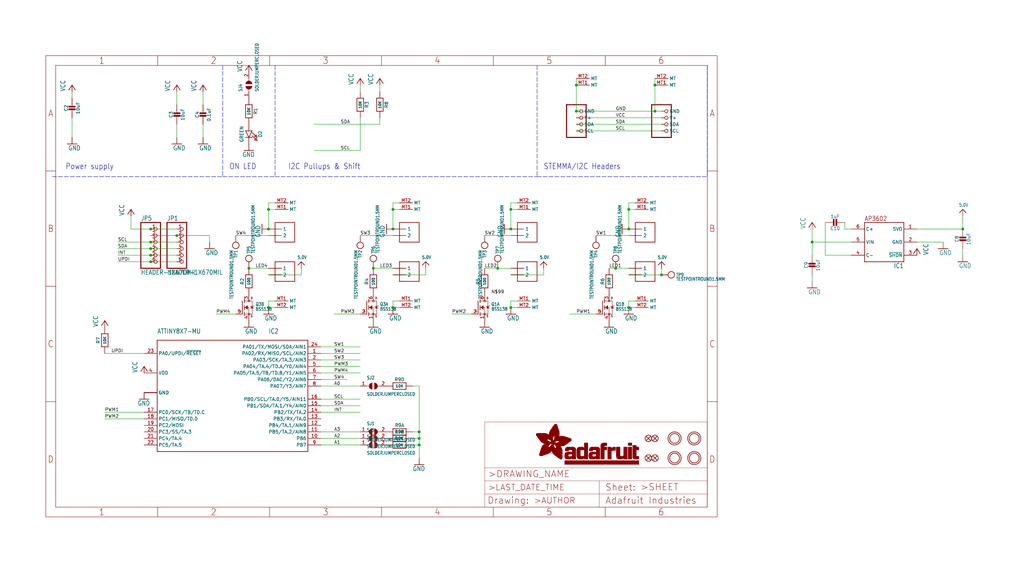
<source format=kicad_sch>
(kicad_sch (version 20211123) (generator eeschema)
  (paper "User" 397.129 222.352)
  (lib_symbols
    (symbol "eagleSchem-eagle-import:5.0V" (power)
      (property "Value" "5.0V" (at -1.524 1.016 0))
      (symbol "5.0V_1_0"
        (pin power_in line (at 0 -2.54 90) (length 2.54) (name "5.0V") (number "1"))
      )
    )
    (symbol "eagleSchem-eagle-import:AP3602"
      (property "Reference" "IC" (at -7.62 -10.16 0))
      (symbol "AP3602_1_0"
        (text "AP3602" (at 7.62 10.16 0) (effects (font (size 1.778 1.5113)) (justify right top)))
        (pin power_in line (at -12.7 5.08 0) (length 5.08) (name "5VO") (number "1"))
        (pin power_in line (at -12.7 0 0) (length 5.08) (name "GND") (number "2"))
        (pin input line (at -12.7 -5.08 0) (length 5.08) (name "~{SHDN}") (number "3"))
        (pin bidirectional line (at 12.7 -5.08 180) (length 5.08) (name "C-") (number "4"))
        (pin power_in line (at 12.7 0 180) (length 5.08) (name "VIN") (number "5"))
        (pin bidirectional line (at 12.7 5.08 180) (length 5.08) (name "C+") (number "6"))
      )
    )
    (symbol "eagleSchem-eagle-import:ATTINY8X7-MU"
      (property "Reference" "IC" (at 12.7 25.4 0))
      (property "Value" "ATTINY8X7-MU" (at -30.48 25.4 0))
      (symbol "ATTINY8X7-MU_1_0"
        (pin bidirectional line (at 33.02 17.78 180) (length 5.08) (name "PA02/RX/MISO/SCL/AIN2") (number "1"))
        (pin bidirectional line (at 33.02 -15.24 180) (length 5.08) (name "PB6") (number "10"))
        (pin bidirectional line (at 33.02 -12.7 180) (length 5.08) (name "PB5/TA.2/AIN8") (number "11"))
        (pin bidirectional line (at 33.02 -10.16 180) (length 5.08) (name "PB4/TA.1/AIN9") (number "12"))
        (pin bidirectional line (at 33.02 -7.62 180) (length 5.08) (name "PB3/RX/TA.0") (number "13"))
        (pin bidirectional line (at 33.02 -5.08 180) (length 5.08) (name "PB2/TX/TA.2") (number "14"))
        (pin bidirectional line (at 33.02 -2.54 180) (length 5.08) (name "PB1/SDA/TA.1/Y4/AIN0") (number "15"))
        (pin bidirectional line (at 33.02 0 180) (length 5.08) (name "PB0/SCL/TA.0/Y5/AIN11") (number "16"))
        (pin bidirectional line (at -35.56 -5.08 0) (length 5.08) (name "PC0/SCK/TB/TD.C") (number "17"))
        (pin bidirectional line (at -35.56 -7.62 0) (length 5.08) (name "PC1/MISO/TD.D") (number "18"))
        (pin bidirectional line (at -35.56 -10.16 0) (length 5.08) (name "PC2/MOSI") (number "19"))
        (pin bidirectional line (at 33.02 15.24 180) (length 5.08) (name "PA03/SCK/TA.3/AIN3") (number "2"))
        (pin bidirectional line (at -35.56 -12.7 0) (length 5.08) (name "PC3/SS/TA.3") (number "20"))
        (pin bidirectional line (at -35.56 -15.24 0) (length 5.08) (name "PC4/TA.4") (number "21"))
        (pin bidirectional line (at -35.56 -17.78 0) (length 5.08) (name "PC5/TA.5") (number "22"))
        (pin bidirectional line (at -35.56 17.78 0) (length 5.08) (name "PA0/UPDI/~{RESET}") (number "23"))
        (pin bidirectional line (at 33.02 20.32 180) (length 5.08) (name "PA01/TX/MOSI/SDA/AIN1") (number "24"))
        (pin power_in line (at -35.56 2.54 0) (length 5.08) (name "GND") (number "3"))
        (pin power_in line (at -35.56 10.16 0) (length 5.08) (name "VDD") (number "4"))
        (pin bidirectional line (at 33.02 12.7 180) (length 5.08) (name "PA04/TA.4/TD.A/Y0/AIN4") (number "5"))
        (pin bidirectional line (at 33.02 10.16 180) (length 5.08) (name "PA05/TA.5/TB/TD.B/Y1/AIN5") (number "6"))
        (pin bidirectional line (at 33.02 7.62 180) (length 5.08) (name "PA06/DAC/Y2/AIN6") (number "7"))
        (pin bidirectional line (at 33.02 5.08 180) (length 5.08) (name "PA07/Y3/AIN7") (number "8"))
        (pin bidirectional line (at 33.02 -17.78 180) (length 5.08) (name "PB7") (number "9"))
        (pin power_in line (at -35.56 2.54 0) (length 5.08) (name "GND") (number "THERM"))
      )
    )
    (symbol "eagleSchem-eagle-import:CAP_CERAMIC0603_NO"
      (property "Reference" "C" (at -2.29 1.25 90))
      (property "Value" "CAP_CERAMIC0603_NO" (at 2.3 1.25 90))
      (symbol "CAP_CERAMIC0603_NO_1_0"
        (pin passive line (at 0 5.08 270) (length 2.54) (name "1") (number "1"))
        (pin passive line (at 0 -2.54 90) (length 2.54) (name "2") (number "2"))
      )
    )
    (symbol "eagleSchem-eagle-import:CAP_CERAMIC0805-NOOUTLINE"
      (property "Reference" "C" (at -2.29 1.25 90))
      (property "Value" "CAP_CERAMIC0805-NOOUTLINE" (at 2.3 1.25 90))
      (symbol "CAP_CERAMIC0805-NOOUTLINE_1_0"
        (pin passive line (at 0 5.08 270) (length 2.54) (name "1") (number "1"))
        (pin passive line (at 0 -2.54 90) (length 2.54) (name "2") (number "2"))
      )
    )
    (symbol "eagleSchem-eagle-import:CON_JST_XH_2PIN-VERT"
      (symbol "CON_JST_XH_2PIN-VERT_1_0"
        (pin passive line (at -5.08 2.54 0) (length 5.08) (name "1") (number "1"))
        (pin passive line (at -5.08 0 0) (length 5.08) (name "2") (number "2"))
      )
      (symbol "CON_JST_XH_2PIN-VERT_2_0"
        (pin bidirectional line (at 0 0 0) (length 5.08) (name "MT") (number "MT1"))
      )
      (symbol "CON_JST_XH_2PIN-VERT_3_0"
        (pin bidirectional line (at 0 0 0) (length 5.08) (name "MT") (number "MT2"))
      )
    )
    (symbol "eagleSchem-eagle-import:FIDUCIAL_1MM")
    (symbol "eagleSchem-eagle-import:FRAME_A4_ADAFRUIT"
      (symbol "FRAME_A4_ADAFRUIT_0_0"
        (text "1" (at 21.6958 1.905 0) (effects (font (size 2.54 2.286))))
        (text "1" (at 21.6958 177.165 0) (effects (font (size 2.54 2.286))))
        (text "2" (at 65.0875 1.905 0) (effects (font (size 2.54 2.286))))
        (text "2" (at 65.0875 177.165 0) (effects (font (size 2.54 2.286))))
        (text "3" (at 108.4792 1.905 0) (effects (font (size 2.54 2.286))))
        (text "3" (at 108.4792 177.165 0) (effects (font (size 2.54 2.286))))
        (text "4" (at 151.8708 1.905 0) (effects (font (size 2.54 2.286))))
        (text "4" (at 151.8708 177.165 0) (effects (font (size 2.54 2.286))))
        (text "5" (at 195.2625 1.905 0) (effects (font (size 2.54 2.286))))
        (text "5" (at 195.2625 177.165 0) (effects (font (size 2.54 2.286))))
        (text "6" (at 238.6542 1.905 0) (effects (font (size 2.54 2.286))))
        (text "6" (at 238.6542 177.165 0) (effects (font (size 2.54 2.286))))
        (text "A" (at 1.905 156.6863 0) (effects (font (size 2.54 2.286))))
        (text "A" (at 258.445 156.6863 0) (effects (font (size 2.54 2.286))))
        (text "B" (at 1.905 111.9188 0) (effects (font (size 2.54 2.286))))
        (text "B" (at 258.445 111.9188 0) (effects (font (size 2.54 2.286))))
        (text "C" (at 1.905 67.1513 0) (effects (font (size 2.54 2.286))))
        (text "C" (at 258.445 67.1513 0) (effects (font (size 2.54 2.286))))
        (text "D" (at 1.905 22.3838 0) (effects (font (size 2.54 2.286))))
        (text "D" (at 258.445 22.3838 0) (effects (font (size 2.54 2.286))))
      )
      (symbol "FRAME_A4_ADAFRUIT_1_0"
        (text ">AUTHOR" (at 189.23 5.08 0) (effects (font (size 2.286 2.286)) (justify left bottom)))
        (text ">DRAWING_NAME" (at 171.45 15.24 0) (effects (font (size 2.54 2.54)) (justify left bottom)))
        (text ">LAST_DATE_TIME" (at 171.45 10.16 0) (effects (font (size 2.286 2.286)) (justify left bottom)))
        (text ">SHEET" (at 230.505 10.16 0) (effects (font (size 2.54 2.54)) (justify left bottom)))
        (text "Adafruit Industries" (at 216.916 4.953 0) (effects (font (size 2.54 2.54)) (justify left bottom)))
        (text "Drawing:" (at 171.196 4.953 0) (effects (font (size 2.54 2.54)) (justify left bottom)))
        (text "Sheet:" (at 216.916 10.033 0) (effects (font (size 2.54 2.54)) (justify left bottom)))
      )
    )
    (symbol "eagleSchem-eagle-import:GND" (power)
      (property "Value" "GND" (at -2.54 -2.54 0))
      (symbol "GND_1_0"
        (pin power_in line (at 0 2.54 270) (length 2.54) (name "GND") (number "1"))
      )
    )
    (symbol "eagleSchem-eagle-import:HEADER-1X670MIL"
      (property "Reference" "JP" (at -6.35 10.795 0))
      (property "Value" "HEADER-1X670MIL" (at -6.35 -10.16 0))
      (symbol "HEADER-1X670MIL_1_0"
        (pin passive inverted (at -2.54 7.62 0) (length 2.54) (name "1") (number "1"))
        (pin passive inverted (at -2.54 5.08 0) (length 2.54) (name "2") (number "2"))
        (pin passive inverted (at -2.54 2.54 0) (length 2.54) (name "3") (number "3"))
        (pin passive inverted (at -2.54 0 0) (length 2.54) (name "4") (number "4"))
        (pin passive inverted (at -2.54 -2.54 0) (length 2.54) (name "5") (number "5"))
        (pin passive inverted (at -2.54 -5.08 0) (length 2.54) (name "6") (number "6"))
      )
    )
    (symbol "eagleSchem-eagle-import:LED0603_NOOUTLINE"
      (property "Reference" "D" (at -1.27 4.445 0))
      (property "Value" "LED0603_NOOUTLINE" (at -1.27 -2.794 0))
      (symbol "LED0603_NOOUTLINE_1_0"
        (pin passive line (at -5.08 0 0) (length 2.54) (name "A") (number "A"))
        (pin passive line (at 2.54 0 180) (length 2.54) (name "C") (number "C"))
      )
    )
    (symbol "eagleSchem-eagle-import:MOSFET-N_DUAL"
      (property "Reference" "Q" (at 5.08 0.635 0))
      (property "Value" "MOSFET-N_DUAL" (at 5.08 -1.27 0))
      (symbol "MOSFET-N_DUAL_1_0"
        (text "D" (at 3.175 3.175 0) (effects (font (size 0.8128 0.6908)) (justify left bottom)))
        (text "G" (at -1.27 -1.905 0) (effects (font (size 0.8128 0.6908)) (justify left bottom)))
        (text "S" (at 3.175 -3.81 0) (effects (font (size 0.8128 0.6908)) (justify left bottom)))
        (pin bidirectional line (at 2.54 -5.08 90) (length 2.54) (name "S") (number "1"))
        (pin bidirectional line (at -2.54 -2.54 0) (length 2.54) (name "G") (number "2"))
        (pin bidirectional line (at 2.54 5.08 270) (length 2.54) (name "D") (number "6"))
      )
      (symbol "MOSFET-N_DUAL_2_0"
        (text "D" (at 3.175 3.175 0) (effects (font (size 0.8128 0.6908)) (justify left bottom)))
        (text "G" (at -1.27 -1.905 0) (effects (font (size 0.8128 0.6908)) (justify left bottom)))
        (text "S" (at 3.175 -3.81 0) (effects (font (size 0.8128 0.6908)) (justify left bottom)))
        (pin bidirectional line (at 2.54 5.08 270) (length 2.54) (name "D") (number "3"))
        (pin bidirectional line (at 2.54 -5.08 90) (length 2.54) (name "S") (number "4"))
        (pin bidirectional line (at -2.54 -2.54 0) (length 2.54) (name "G") (number "5"))
      )
    )
    (symbol "eagleSchem-eagle-import:MOUNTINGHOLE2.5")
    (symbol "eagleSchem-eagle-import:RESISTOR_0603_NOOUT"
      (property "Reference" "R" (at 0 2.54 0))
      (property "Value" "RESISTOR_0603_NOOUT" (at 0 0 0))
      (symbol "RESISTOR_0603_NOOUT_1_0"
        (pin passive line (at -5.08 0 0) (length 2.54) (name "1") (number "1"))
        (pin passive line (at 5.08 0 180) (length 2.54) (name "2") (number "2"))
      )
    )
    (symbol "eagleSchem-eagle-import:RESISTOR_4PACK"
      (property "Reference" "R" (at 0 2.54 0))
      (property "Value" "RESISTOR_4PACK" (at 0 0 0))
      (symbol "RESISTOR_4PACK_1_0"
        (pin passive line (at -5.08 0 0) (length 2.54) (name "1") (number "1"))
        (pin passive line (at 5.08 0 180) (length 2.54) (name "2") (number "8"))
      )
      (symbol "RESISTOR_4PACK_2_0"
        (pin passive line (at -5.08 0 0) (length 2.54) (name "1") (number "2"))
        (pin passive line (at 5.08 0 180) (length 2.54) (name "2") (number "7"))
      )
      (symbol "RESISTOR_4PACK_3_0"
        (pin passive line (at -5.08 0 0) (length 2.54) (name "1") (number "3"))
        (pin passive line (at 5.08 0 180) (length 2.54) (name "2") (number "6"))
      )
      (symbol "RESISTOR_4PACK_4_0"
        (pin passive line (at -5.08 0 0) (length 2.54) (name "1") (number "4"))
        (pin passive line (at 5.08 0 180) (length 2.54) (name "2") (number "5"))
      )
    )
    (symbol "eagleSchem-eagle-import:SOLDERJUMPERCLOSED"
      (property "Reference" "SJ" (at -2.54 2.54 0))
      (property "Value" "SOLDERJUMPERCLOSED" (at -2.54 -3.81 0))
      (symbol "SOLDERJUMPERCLOSED_1_0"
        (pin passive line (at -5.08 0 0) (length 2.54) (name "1") (number "1"))
        (pin passive line (at 5.08 0 180) (length 2.54) (name "2") (number "2"))
      )
    )
    (symbol "eagleSchem-eagle-import:STEMMA_I2C_QT"
      (symbol "STEMMA_I2C_QT_1_0"
        (pin passive inverted (at 0 5.08 0) (length 2.54) (name "GND") (number "1"))
        (pin passive inverted (at 0 2.54 0) (length 2.54) (name "V+") (number "2"))
        (pin passive inverted (at 0 0 0) (length 2.54) (name "SDA") (number "3"))
        (pin passive inverted (at 0 -2.54 0) (length 2.54) (name "SCL") (number "4"))
      )
      (symbol "STEMMA_I2C_QT_2_0"
        (pin bidirectional line (at 0 0 0) (length 5.08) (name "MT") (number "MT1"))
      )
      (symbol "STEMMA_I2C_QT_3_0"
        (pin bidirectional line (at 0 0 0) (length 5.08) (name "MT") (number "MT2"))
      )
    )
    (symbol "eagleSchem-eagle-import:TESTPOINTROUND1.5MM"
      (property "Reference" "TP" (at 0 5.588 90))
      (property "Value" "TESTPOINTROUND1.5MM" (at 1.651 5.588 90))
      (symbol "TESTPOINTROUND1.5MM_1_0"
        (pin bidirectional line (at 0 0 90) (length 2.54) (name "P$1") (number "P$1"))
      )
    )
    (symbol "eagleSchem-eagle-import:VCC" (power)
      (property "Value" "VCC" (at -2.54 -2.54 90))
      (symbol "VCC_1_0"
        (pin power_in line (at 0 -2.54 90) (length 2.54) (name "VCC") (number "1"))
      )
    )
  )
  (junction (at 58.42 93.98))
  (junction (at 243.84 81.28))
  (junction (at 58.42 96.52))
  (junction (at 152.4 119.38))
  (junction (at 223.52 43.18))
  (junction (at 104.14 119.38))
  (junction (at 58.42 99.06))
  (junction (at 256.54 106.68))
  (junction (at 243.84 88.9))
  (junction (at 162.56 167.64))
  (junction (at 96.52 104.14))
  (junction (at 58.42 101.6))
  (junction (at 254 43.18))
  (junction (at 223.52 33.02))
  (junction (at 314.96 93.98))
  (junction (at 238.76 104.14))
  (junction (at 58.42 88.9))
  (junction (at 104.14 81.28))
  (junction (at 373.38 88.9))
  (junction (at 254 33.02))
  (junction (at 193.04 104.14))
  (junction (at 198.12 88.9))
  (junction (at 152.4 81.28))
  (junction (at 198.12 119.38))
  (junction (at 162.56 172.72))
  (junction (at 198.12 81.28))
  (junction (at 68.58 91.44))
  (junction (at 152.4 88.9))
  (junction (at 243.84 119.38))
  (junction (at 144.78 104.14))
  (junction (at 162.56 170.18))
  (junction (at 104.14 88.9))
  (wire (pts (xy 124.46 149.86) (xy 139.7 149.86)))
  (wire (pts (xy 198.12 106.68) (xy 210.82 106.68)))
  (wire (pts (xy 104.14 78.74) (xy 104.14 81.28)))
  (polyline (pts (xy 86.36 68.58) (xy 106.68 68.58)))
  (wire (pts (xy 330.2 93.98) (xy 314.96 93.98)))
  (wire (pts (xy 162.56 149.86) (xy 162.56 167.64)))
  (wire (pts (xy 154.94 78.74) (xy 152.4 78.74)))
  (wire (pts (xy 116.84 106.68) (xy 116.84 104.14)))
  (wire (pts (xy 152.4 119.38) (xy 152.4 116.84)))
  (wire (pts (xy 223.52 33.02) (xy 223.52 43.18)))
  (wire (pts (xy 139.7 58.42) (xy 121.92 58.42)))
  (wire (pts (xy 139.7 167.64) (xy 124.46 167.64)))
  (wire (pts (xy 104.14 91.44) (xy 91.44 91.44)))
  (wire (pts (xy 223.52 45.72) (xy 256.54 45.72)))
  (wire (pts (xy 330.2 99.06) (xy 320.04 99.06)))
  (wire (pts (xy 256.54 106.68) (xy 256.54 104.14)))
  (wire (pts (xy 81.28 91.44) (xy 81.28 93.98)))
  (wire (pts (xy 182.88 121.92) (xy 175.26 121.92)))
  (wire (pts (xy 243.84 91.44) (xy 231.14 91.44)))
  (wire (pts (xy 243.84 106.68) (xy 256.54 106.68)))
  (wire (pts (xy 124.46 139.7) (xy 139.7 139.7)))
  (wire (pts (xy 139.7 172.72) (xy 124.46 172.72)))
  (wire (pts (xy 373.38 96.52) (xy 373.38 99.06)))
  (polyline (pts (xy 20.32 68.58) (xy 86.36 68.58)))
  (wire (pts (xy 152.4 91.44) (xy 139.7 91.44)))
  (wire (pts (xy 160.02 149.86) (xy 162.56 149.86)))
  (wire (pts (xy 68.58 93.98) (xy 58.42 93.98)))
  (wire (pts (xy 91.44 121.92) (xy 83.82 121.92)))
  (wire (pts (xy 200.66 78.74) (xy 198.12 78.74)))
  (wire (pts (xy 139.7 121.92) (xy 129.54 121.92)))
  (wire (pts (xy 139.7 137.16) (xy 124.46 137.16)))
  (wire (pts (xy 373.38 88.9) (xy 373.38 83.82)))
  (wire (pts (xy 68.58 99.06) (xy 58.42 99.06)))
  (wire (pts (xy 327.66 88.9) (xy 327.66 86.36)))
  (wire (pts (xy 78.74 35.56) (xy 78.74 40.64)))
  (wire (pts (xy 246.38 119.38) (xy 243.84 119.38)))
  (wire (pts (xy 68.58 91.44) (xy 58.42 91.44)))
  (wire (pts (xy 104.14 119.38) (xy 104.14 116.84)))
  (wire (pts (xy 243.84 78.74) (xy 243.84 81.28)))
  (wire (pts (xy 365.76 93.98) (xy 355.6 93.98)))
  (wire (pts (xy 104.14 106.68) (xy 116.84 106.68)))
  (polyline (pts (xy 86.36 25.4) (xy 86.36 68.58)))
  (wire (pts (xy 106.68 119.38) (xy 104.14 119.38)))
  (wire (pts (xy 27.94 35.56) (xy 27.94 38.1)))
  (wire (pts (xy 152.4 81.28) (xy 154.94 81.28)))
  (wire (pts (xy 124.46 170.18) (xy 139.7 170.18)))
  (wire (pts (xy 55.88 137.16) (xy 40.64 137.16)))
  (wire (pts (xy 254 33.02) (xy 254 43.18)))
  (wire (pts (xy 223.52 50.8) (xy 256.54 50.8)))
  (wire (pts (xy 198.12 104.14) (xy 193.04 104.14)))
  (wire (pts (xy 162.56 172.72) (xy 162.56 177.8)))
  (wire (pts (xy 68.58 91.44) (xy 81.28 91.44)))
  (wire (pts (xy 106.68 78.74) (xy 104.14 78.74)))
  (wire (pts (xy 162.56 167.64) (xy 160.02 167.64)))
  (wire (pts (xy 139.7 33.02) (xy 139.7 35.56)))
  (wire (pts (xy 104.14 88.9) (xy 104.14 81.28)))
  (wire (pts (xy 68.58 96.52) (xy 58.42 96.52)))
  (wire (pts (xy 223.52 30.48) (xy 223.52 33.02)))
  (wire (pts (xy 314.96 93.98) (xy 314.96 99.06)))
  (wire (pts (xy 160.02 170.18) (xy 162.56 170.18)))
  (wire (pts (xy 243.84 104.14) (xy 238.76 104.14)))
  (wire (pts (xy 165.1 106.68) (xy 165.1 104.14)))
  (wire (pts (xy 27.94 53.34) (xy 27.94 45.72)))
  (wire (pts (xy 162.56 170.18) (xy 162.56 172.72)))
  (wire (pts (xy 124.46 160.02) (xy 139.7 160.02)))
  (wire (pts (xy 320.04 99.06) (xy 320.04 86.36)))
  (wire (pts (xy 256.54 43.18) (xy 254 43.18)))
  (wire (pts (xy 254 43.18) (xy 223.52 43.18)))
  (wire (pts (xy 152.4 78.74) (xy 152.4 81.28)))
  (wire (pts (xy 124.46 157.48) (xy 139.7 157.48)))
  (wire (pts (xy 147.32 48.26) (xy 121.92 48.26)))
  (wire (pts (xy 355.6 88.9) (xy 373.38 88.9)))
  (wire (pts (xy 106.68 116.84) (xy 104.14 116.84)))
  (wire (pts (xy 231.14 121.92) (xy 220.98 121.92)))
  (wire (pts (xy 243.84 88.9) (xy 243.84 81.28)))
  (polyline (pts (xy 274.32 25.4) (xy 274.32 68.58)))
  (wire (pts (xy 55.88 160.02) (xy 40.64 160.02)))
  (wire (pts (xy 198.12 78.74) (xy 198.12 81.28)))
  (wire (pts (xy 210.82 106.68) (xy 210.82 104.14)))
  (wire (pts (xy 193.04 104.14) (xy 187.96 104.14)))
  (wire (pts (xy 68.58 101.6) (xy 58.42 101.6)))
  (wire (pts (xy 58.42 88.9) (xy 50.8 88.9)))
  (wire (pts (xy 68.58 48.26) (xy 68.58 53.34)))
  (wire (pts (xy 124.46 134.62) (xy 139.7 134.62)))
  (wire (pts (xy 68.58 88.9) (xy 58.42 88.9)))
  (wire (pts (xy 58.42 101.6) (xy 45.72 101.6)))
  (wire (pts (xy 68.58 35.56) (xy 68.58 40.64)))
  (wire (pts (xy 238.76 104.14) (xy 236.22 104.14)))
  (wire (pts (xy 139.7 45.72) (xy 139.7 58.42)))
  (wire (pts (xy 152.4 106.68) (xy 165.1 106.68)))
  (wire (pts (xy 200.66 119.38) (xy 198.12 119.38)))
  (wire (pts (xy 58.42 93.98) (xy 45.72 93.98)))
  (wire (pts (xy 152.4 88.9) (xy 152.4 81.28)))
  (wire (pts (xy 147.32 35.56) (xy 147.32 33.02)))
  (wire (pts (xy 243.84 81.28) (xy 246.38 81.28)))
  (wire (pts (xy 104.14 81.28) (xy 106.68 81.28)))
  (wire (pts (xy 154.94 116.84) (xy 152.4 116.84)))
  (polyline (pts (xy 106.68 68.58) (xy 208.28 68.58)))
  (wire (pts (xy 246.38 116.84) (xy 243.84 116.84)))
  (wire (pts (xy 50.8 88.9) (xy 50.8 83.82)))
  (wire (pts (xy 104.14 104.14) (xy 96.52 104.14)))
  (wire (pts (xy 162.56 172.72) (xy 160.02 172.72)))
  (polyline (pts (xy 106.68 25.4) (xy 106.68 68.58)))
  (wire (pts (xy 58.42 96.52) (xy 45.72 96.52)))
  (wire (pts (xy 254 30.48) (xy 254 33.02)))
  (wire (pts (xy 314.96 106.68) (xy 314.96 109.22)))
  (wire (pts (xy 330.2 88.9) (xy 327.66 88.9)))
  (wire (pts (xy 124.46 147.32) (xy 134.62 147.32)))
  (wire (pts (xy 152.4 104.14) (xy 144.78 104.14)))
  (wire (pts (xy 246.38 78.74) (xy 243.84 78.74)))
  (wire (pts (xy 243.84 119.38) (xy 243.84 116.84)))
  (wire (pts (xy 198.12 81.28) (xy 200.66 81.28)))
  (wire (pts (xy 314.96 93.98) (xy 314.96 88.9)))
  (wire (pts (xy 198.12 119.38) (xy 198.12 116.84)))
  (wire (pts (xy 124.46 142.24) (xy 139.7 142.24)))
  (wire (pts (xy 78.74 48.26) (xy 78.74 53.34)))
  (wire (pts (xy 139.7 154.94) (xy 124.46 154.94)))
  (wire (pts (xy 147.32 45.72) (xy 147.32 48.26)))
  (wire (pts (xy 58.42 99.06) (xy 45.72 99.06)))
  (wire (pts (xy 200.66 116.84) (xy 198.12 116.84)))
  (wire (pts (xy 162.56 167.64) (xy 162.56 170.18)))
  (wire (pts (xy 154.94 119.38) (xy 152.4 119.38)))
  (wire (pts (xy 256.54 48.26) (xy 223.52 48.26)))
  (polyline (pts (xy 208.28 25.4) (xy 208.28 68.58)))
  (wire (pts (xy 198.12 91.44) (xy 187.96 91.44)))
  (wire (pts (xy 139.7 144.78) (xy 124.46 144.78)))
  (wire (pts (xy 55.88 162.56) (xy 40.64 162.56)))
  (polyline (pts (xy 208.28 68.58) (xy 274.32 68.58)))
  (wire (pts (xy 198.12 88.9) (xy 198.12 81.28)))
  (text "ON LED" (at 88.9 66.04 180) (effects (font (size 2.1844 1.8567)) (justify left bottom)))
  (text "Power supply" (at 25.4 66.04 180) (effects (font (size 2.1844 1.8567)) (justify left bottom)))
  (text "I2C Pullups & Shift" (at 111.76 66.04 180) (effects (font (size 2.1844 1.8567)) (justify left bottom)))
  (text "STEMMA/I2C Headers" (at 210.82 66.04 180) (effects (font (size 2.1844 1.8567)) (justify left bottom)))
  (label "SW3" (at 129.54 139.7 0) (effects (font (size 1.2446 1.2446))))
  (label "PWM3" (at 129.54 142.24 0) (effects (font (size 1.2446 1.2446))))
  (label "SDA" (at 132.08 48.26 0) (effects (font (size 1.2446 1.2446))))
  (label "LED4" (at 99.06 104.14 0) (effects (font (size 1.2446 1.2446))))
  (label "UPDI" (at 43.18 137.16 0) (effects (font (size 1.2446 1.2446))))
  (label "SW2" (at 187.96 91.44 0) (effects (font (size 1.2446 1.2446))))
  (label "A0" (at 129.54 149.86 0) (effects (font (size 1.2446 1.2446))))
  (label "PWM2" (at 40.64 162.56 0) (effects (font (size 1.2446 1.2446))))
  (label "PWM1" (at 40.64 160.02 0) (effects (font (size 1.2446 1.2446))))
  (label "LED3" (at 147.32 104.14 0) (effects (font (size 1.2446 1.2446))))
  (label "SDA" (at 129.54 157.48 0) (effects (font (size 1.2446 1.2446))))
  (label "INT" (at 129.54 160.02 0) (effects (font (size 1.2446 1.2446))))
  (label "SCL" (at 129.54 154.94 0) (effects (font (size 1.2446 1.2446))))
  (label "LED2" (at 187.96 104.14 0) (effects (font (size 1.2446 1.2446))))
  (label "A1" (at 129.54 172.72 0) (effects (font (size 1.2446 1.2446))))
  (label "UPDI" (at 45.72 101.6 0) (effects (font (size 1.2446 1.2446))))
  (label "SCL" (at 238.76 50.8 0) (effects (font (size 1.2446 1.2446))))
  (label "SDA" (at 45.72 96.52 0) (effects (font (size 1.2446 1.2446))))
  (label "GND" (at 238.76 43.18 0) (effects (font (size 1.2446 1.2446))))
  (label "SCL" (at 45.72 93.98 0) (effects (font (size 1.2446 1.2446))))
  (label "VCC" (at 238.76 45.72 0) (effects (font (size 1.2446 1.2446))))
  (label "SCL" (at 132.08 58.42 0) (effects (font (size 1.2446 1.2446))))
  (label "PWM3" (at 132.08 121.92 0) (effects (font (size 1.2446 1.2446))))
  (label "SW2" (at 129.54 137.16 0) (effects (font (size 1.2446 1.2446))))
  (label "PWM2" (at 175.26 121.92 0) (effects (font (size 1.2446 1.2446))))
  (label "SW1" (at 129.54 134.62 0) (effects (font (size 1.2446 1.2446))))
  (label "PWM1" (at 223.52 121.92 0) (effects (font (size 1.2446 1.2446))))
  (label "SW4" (at 129.54 147.32 0) (effects (font (size 1.2446 1.2446))))
  (label "SW4" (at 91.44 91.44 0) (effects (font (size 1.2446 1.2446))))
  (label "INT" (at 45.72 99.06 0) (effects (font (size 1.2446 1.2446))))
  (label "A3" (at 129.54 167.64 0) (effects (font (size 1.2446 1.2446))))
  (label "PWM4" (at 83.82 121.92 0) (effects (font (size 1.2446 1.2446))))
  (label "A2" (at 129.54 170.18 0) (effects (font (size 1.2446 1.2446))))
  (label "LED1" (at 236.22 104.14 0) (effects (font (size 1.2446 1.2446))))
  (label "SW1" (at 231.14 91.44 0) (effects (font (size 1.2446 1.2446))))
  (label "PWM4" (at 129.54 144.78 0) (effects (font (size 1.2446 1.2446))))
  (label "N$99" (at 190.5 114.3 0) (effects (font (size 1.2446 1.2446))))
  (label "SDA" (at 238.76 48.26 0) (effects (font (size 1.2446 1.2446))))
  (label "SW3" (at 139.7 91.44 0) (effects (font (size 1.2446 1.2446))))
  (symbol (lib_id "eagleSchem-eagle-import:STEMMA_I2C_QT") (at 223.52 48.26 0) (unit 1)
    (property "Reference" "CONN3" (effects hide))
    (property "Value" "STEMMA_I2C_QT" (effects hide))
    (property "Footprint" "eagleSchem:JST_SH4" (effects hide))
  )
  (symbol (lib_id "eagleSchem-eagle-import:TESTPOINTROUND1.5MM") (at 139.7 91.44 180) (unit 1)
    (property "Reference" "TP2" (at 139.7 97.028 90) (effects (font (size 1.27 1.0795)) (justify left)))
    (property "Value" "TESTPOINTROUND1.5MM" (at 138.049 97.028 90) (effects (font (size 1.27 1.0795)) (justify left)))
    (property "Footprint" "eagleSchem:TESTPOINT_ROUND_1.5MM" (effects hide))
  )
  (symbol (lib_id "eagleSchem-eagle-import:CON_JST_XH_2PIN-VERT") (at 203.2 91.44 0) (unit 1)
    (property "Reference" "X5" (effects hide))
    (property "Value" "CON_JST_XH_2PIN-VERT" (effects hide))
    (property "Footprint" "eagleSchem:JST-XH-2-SV" (effects hide))
  )
  (symbol (lib_id "eagleSchem-eagle-import:VCC") (at 27.94 33.02 0) (unit 1)
    (property "Reference" "#P+3" (effects hide))
    (property "Value" "VCC" (at 25.4 35.56 90) (effects (font (size 1.778 1.5113)) (justify left bottom)))
    (property "Footprint" "eagleSchem:" (effects hide))
  )
  (symbol (lib_id "eagleSchem-eagle-import:CON_JST_XH_2PIN-VERT") (at 154.94 116.84 0) (unit 2)
    (property "Reference" "X4" (effects hide))
    (property "Value" "CON_JST_XH_2PIN-VERT" (effects hide))
    (property "Footprint" "eagleSchem:JST-XH-2-SV" (effects hide))
  )
  (symbol (lib_id "eagleSchem-eagle-import:CON_JST_XH_2PIN-VERT") (at 157.48 91.44 0) (unit 1)
    (property "Reference" "X3" (effects hide))
    (property "Value" "CON_JST_XH_2PIN-VERT" (effects hide))
    (property "Footprint" "eagleSchem:JST-XH-2-SV" (effects hide))
  )
  (symbol (lib_id "eagleSchem-eagle-import:VCC") (at 78.74 33.02 0) (unit 1)
    (property "Reference" "#P+8" (effects hide))
    (property "Value" "VCC" (at 76.2 35.56 90) (effects (font (size 1.778 1.5113)) (justify left bottom)))
    (property "Footprint" "eagleSchem:" (effects hide))
  )
  (symbol (lib_id "eagleSchem-eagle-import:GND") (at 27.94 55.88 0) (unit 1)
    (property "Reference" "#U$13" (effects hide))
    (property "Value" "GND" (at 26.416 58.42 0) (effects (font (size 1.778 1.5113)) (justify left bottom)))
    (property "Footprint" "eagleSchem:" (effects hide))
  )
  (symbol (lib_id "eagleSchem-eagle-import:RESISTOR_4PACK") (at 154.94 172.72 0) (unit 3)
    (property "Reference" "R9" (at 154.94 170.18 0))
    (property "Value" "10K" (at 154.94 172.72 0) (effects (font (size 1.016 1.016) bold)))
    (property "Footprint" "eagleSchem:RESPACK_4X0603" (effects hide))
  )
  (symbol (lib_id "eagleSchem-eagle-import:CON_JST_XH_2PIN-VERT") (at 109.22 91.44 0) (unit 1)
    (property "Reference" "X1" (effects hide))
    (property "Value" "CON_JST_XH_2PIN-VERT" (effects hide))
    (property "Footprint" "eagleSchem:JST-XH-2-SV" (effects hide))
  )
  (symbol (lib_id "eagleSchem-eagle-import:STEMMA_I2C_QT") (at 223.52 30.48 0) (unit 3)
    (property "Reference" "CONN3" (effects hide))
    (property "Value" "STEMMA_I2C_QT" (effects hide))
    (property "Footprint" "eagleSchem:JST_SH4" (effects hide))
  )
  (symbol (lib_id "eagleSchem-eagle-import:ATTINY8X7-MU") (at 91.44 154.94 0) (unit 1)
    (property "Reference" "IC2" (at 104.14 129.54 0) (effects (font (size 1.778 1.5113)) (justify left bottom)))
    (property "Value" "ATTINY8X7-MU" (at 60.96 129.54 0) (effects (font (size 1.778 1.5113)) (justify left bottom)))
    (property "Footprint" "eagleSchem:QFN24_4MM" (effects hide))
  )
  (symbol (lib_id "eagleSchem-eagle-import:GND") (at 373.38 101.6 0) (unit 1)
    (property "Reference" "#U$33" (effects hide))
    (property "Value" "GND" (at 371.856 104.14 0) (effects (font (size 1.778 1.5113)) (justify left bottom)))
    (property "Footprint" "eagleSchem:" (effects hide))
  )
  (symbol (lib_id "eagleSchem-eagle-import:GND") (at 96.52 58.42 0) (unit 1)
    (property "Reference" "#GND6" (effects hide))
    (property "Value" "GND" (at 93.98 60.96 0) (effects (font (size 1.778 1.5113)) (justify left bottom)))
    (property "Footprint" "eagleSchem:" (effects hide))
  )
  (symbol (lib_id "eagleSchem-eagle-import:CON_JST_XH_2PIN-VERT") (at 200.66 78.74 0) (unit 3)
    (property "Reference" "X5" (effects hide))
    (property "Value" "CON_JST_XH_2PIN-VERT" (effects hide))
    (property "Footprint" "eagleSchem:JST-XH-2-SV" (effects hide))
  )
  (symbol (lib_id "eagleSchem-eagle-import:GND") (at 314.96 111.76 0) (unit 1)
    (property "Reference" "#U$34" (effects hide))
    (property "Value" "GND" (at 313.436 114.3 0) (effects (font (size 1.778 1.5113)) (justify left bottom)))
    (property "Footprint" "eagleSchem:" (effects hide))
  )
  (symbol (lib_id "eagleSchem-eagle-import:MOUNTINGHOLE2.5") (at 269.24 170.18 0) (unit 1)
    (property "Reference" "U$19" (effects hide))
    (property "Value" "MOUNTINGHOLE2.5" (effects hide))
    (property "Footprint" "eagleSchem:MOUNTINGHOLE_2.5_PLATED" (effects hide))
  )
  (symbol (lib_id "eagleSchem-eagle-import:HEADER-1X670MIL") (at 60.96 96.52 0) (unit 1)
    (property "Reference" "JP5" (at 54.61 85.725 0) (effects (font (size 1.778 1.5113)) (justify left bottom)))
    (property "Value" "HEADER-1X670MIL" (at 54.61 106.68 0) (effects (font (size 1.778 1.5113)) (justify left bottom)))
    (property "Footprint" "eagleSchem:1X06_ROUND_70" (effects hide))
  )
  (symbol (lib_id "eagleSchem-eagle-import:GND") (at 152.4 121.92 0) (unit 1)
    (property "Reference" "#U$27" (effects hide))
    (property "Value" "GND" (at 150.876 124.46 0) (effects (font (size 1.778 1.5113)) (justify left bottom)))
    (property "Footprint" "eagleSchem:" (effects hide))
  )
  (symbol (lib_id "eagleSchem-eagle-import:FIDUCIAL_1MM") (at 254 177.8 0) (unit 1)
    (property "Reference" "FID1" (effects hide))
    (property "Value" "FIDUCIAL_1MM" (effects hide))
    (property "Footprint" "eagleSchem:FIDUCIAL_1MM" (effects hide))
  )
  (symbol (lib_id "eagleSchem-eagle-import:TESTPOINTROUND1.5MM") (at 256.54 106.68 270) (unit 1)
    (property "Reference" "TP9" (at 262.128 106.68 90) (effects (font (size 1.27 1.0795)) (justify left)))
    (property "Value" "TESTPOINTROUND1.5MM" (at 262.128 108.331 90) (effects (font (size 1.27 1.0795)) (justify left)))
    (property "Footprint" "eagleSchem:TESTPOINT_ROUND_1.5MM" (effects hide))
  )
  (symbol (lib_id "eagleSchem-eagle-import:5.0V") (at 373.38 81.28 0) (unit 1)
    (property "Reference" "#U$36" (effects hide))
    (property "Value" "5.0V" (at 371.856 80.264 0) (effects (font (size 1.27 1.0795)) (justify left bottom)))
    (property "Footprint" "eagleSchem:" (effects hide))
  )
  (symbol (lib_id "eagleSchem-eagle-import:TESTPOINTROUND1.5MM") (at 238.76 104.14 0) (unit 1)
    (property "Reference" "TP8" (at 238.76 98.552 90) (effects (font (size 1.27 1.0795)) (justify left)))
    (property "Value" "TESTPOINTROUND1.5MM" (at 240.411 98.552 90) (effects (font (size 1.27 1.0795)) (justify left)))
    (property "Footprint" "eagleSchem:TESTPOINT_ROUND_1.5MM" (effects hide))
  )
  (symbol (lib_id "eagleSchem-eagle-import:STEMMA_I2C_QT") (at 254 33.02 0) (unit 2)
    (property "Reference" "CONN4" (effects hide))
    (property "Value" "STEMMA_I2C_QT" (effects hide))
    (property "Footprint" "eagleSchem:JST_SH4" (effects hide))
  )
  (symbol (lib_id "eagleSchem-eagle-import:GND") (at 187.96 127 0) (unit 1)
    (property "Reference" "#U$43" (effects hide))
    (property "Value" "GND" (at 186.436 129.54 0) (effects (font (size 1.778 1.5113)) (justify left bottom)))
    (property "Footprint" "eagleSchem:" (effects hide))
  )
  (symbol (lib_id "eagleSchem-eagle-import:GND") (at 149.86 88.9 270) (unit 1)
    (property "Reference" "#U$22" (effects hide))
    (property "Value" "GND" (at 147.32 87.376 0) (effects (font (size 1.778 1.5113)) (justify left bottom)))
    (property "Footprint" "eagleSchem:" (effects hide))
  )
  (symbol (lib_id "eagleSchem-eagle-import:CAP_CERAMIC0805-NOOUTLINE") (at 68.58 45.72 0) (unit 1)
    (property "Reference" "C3" (at 66.29 44.47 90))
    (property "Value" "10uF" (at 70.88 44.47 90))
    (property "Footprint" "eagleSchem:0805-NO" (effects hide))
  )
  (symbol (lib_id "eagleSchem-eagle-import:FRAME_A4_ADAFRUIT") (at 17.78 200.66 0) (unit 1)
    (property "Reference" "#U$4" (effects hide))
    (property "Value" "FRAME_A4_ADAFRUIT" (effects hide))
    (property "Footprint" "eagleSchem:" (effects hide))
  )
  (symbol (lib_id "eagleSchem-eagle-import:STEMMA_I2C_QT") (at 223.52 33.02 0) (unit 2)
    (property "Reference" "CONN3" (effects hide))
    (property "Value" "STEMMA_I2C_QT" (effects hide))
    (property "Footprint" "eagleSchem:JST_SH4" (effects hide))
  )
  (symbol (lib_id "eagleSchem-eagle-import:CAP_CERAMIC0805-NOOUTLINE") (at 314.96 104.14 0) (unit 1)
    (property "Reference" "C9" (at 312.67 102.89 90))
    (property "Value" "10uF" (at 317.26 102.89 90))
    (property "Footprint" "eagleSchem:0805-NO" (effects hide))
  )
  (symbol (lib_id "eagleSchem-eagle-import:MOUNTINGHOLE2.5") (at 261.62 177.8 0) (unit 1)
    (property "Reference" "U$3" (effects hide))
    (property "Value" "MOUNTINGHOLE2.5" (effects hide))
    (property "Footprint" "eagleSchem:MOUNTINGHOLE_2.5_PLATED" (effects hide))
  )
  (symbol (lib_id "eagleSchem-eagle-import:GND") (at 236.22 127 0) (unit 1)
    (property "Reference" "#U$44" (effects hide))
    (property "Value" "GND" (at 234.696 129.54 0) (effects (font (size 1.778 1.5113)) (justify left bottom)))
    (property "Footprint" "eagleSchem:" (effects hide))
  )
  (symbol (lib_id "eagleSchem-eagle-import:VCC") (at 55.88 142.24 0) (unit 1)
    (property "Reference" "#P+11" (effects hide))
    (property "Value" "VCC" (at 53.34 144.78 90) (effects (font (size 1.778 1.5113)) (justify left bottom)))
    (property "Footprint" "eagleSchem:" (effects hide))
  )
  (symbol (lib_id "eagleSchem-eagle-import:MOSFET-N_DUAL") (at 93.98 119.38 0) (unit 2)
    (property "Reference" "Q3" (at 99.06 118.745 0) (effects (font (size 1.27 1.0795)) (justify left bottom)))
    (property "Value" "BSS138" (at 99.06 120.65 0) (effects (font (size 1.27 1.0795)) (justify left bottom)))
    (property "Footprint" "eagleSchem:SOT363" (effects hide))
  )
  (symbol (lib_id "eagleSchem-eagle-import:VCC") (at 68.58 33.02 0) (unit 1)
    (property "Reference" "#P+7" (effects hide))
    (property "Value" "VCC" (at 66.04 35.56 90) (effects (font (size 1.778 1.5113)) (justify left bottom)))
    (property "Footprint" "eagleSchem:" (effects hide))
  )
  (symbol (lib_id "eagleSchem-eagle-import:CON_JST_XH_2PIN-VERT") (at 248.92 91.44 0) (unit 1)
    (property "Reference" "X7" (effects hide))
    (property "Value" "CON_JST_XH_2PIN-VERT" (effects hide))
    (property "Footprint" "eagleSchem:JST-XH-2-SV" (effects hide))
  )
  (symbol (lib_id "eagleSchem-eagle-import:MOSFET-N_DUAL") (at 185.42 119.38 0) (unit 1)
    (property "Reference" "Q1" (at 190.5 118.745 0) (effects (font (size 1.27 1.0795)) (justify left bottom)))
    (property "Value" "BSS138" (at 190.5 120.65 0) (effects (font (size 1.27 1.0795)) (justify left bottom)))
    (property "Footprint" "eagleSchem:SOT363" (effects hide))
  )
  (symbol (lib_id "eagleSchem-eagle-import:VCC") (at 50.8 81.28 0) (unit 1)
    (property "Reference" "#P+4" (effects hide))
    (property "Value" "VCC" (at 48.26 83.82 90) (effects (font (size 1.778 1.5113)) (justify left bottom)))
    (property "Footprint" "eagleSchem:" (effects hide))
  )
  (symbol (lib_id "eagleSchem-eagle-import:CAP_CERAMIC0805-NOOUTLINE") (at 27.94 43.18 0) (unit 1)
    (property "Reference" "C2" (at 25.65 41.93 90))
    (property "Value" "10uF" (at 30.24 41.93 90))
    (property "Footprint" "eagleSchem:0805-NO" (effects hide))
  )
  (symbol (lib_id "eagleSchem-eagle-import:TESTPOINTROUND1.5MM") (at 193.04 104.14 0) (unit 1)
    (property "Reference" "TP7" (at 193.04 98.552 90) (effects (font (size 1.27 1.0795)) (justify left)))
    (property "Value" "TESTPOINTROUND1.5MM" (at 194.691 98.552 90) (effects (font (size 1.27 1.0795)) (justify left)))
    (property "Footprint" "eagleSchem:TESTPOINT_ROUND_1.5MM" (effects hide))
  )
  (symbol (lib_id "eagleSchem-eagle-import:GND") (at 68.58 55.88 0) (unit 1)
    (property "Reference" "#U$5" (effects hide))
    (property "Value" "GND" (at 67.056 58.42 0) (effects (font (size 1.778 1.5113)) (justify left bottom)))
    (property "Footprint" "eagleSchem:" (effects hide))
  )
  (symbol (lib_id "eagleSchem-eagle-import:CON_JST_XH_2PIN-VERT") (at 200.66 81.28 0) (unit 2)
    (property "Reference" "X5" (effects hide))
    (property "Value" "CON_JST_XH_2PIN-VERT" (effects hide))
    (property "Footprint" "eagleSchem:JST-XH-2-SV" (effects hide))
  )
  (symbol (lib_id "eagleSchem-eagle-import:RESISTOR_4PACK") (at 154.94 149.86 0) (unit 4)
    (property "Reference" "R9" (at 154.94 147.32 0))
    (property "Value" "10K" (at 154.94 149.86 0) (effects (font (size 1.016 1.016) bold)))
    (property "Footprint" "eagleSchem:RESPACK_4X0603" (effects hide))
  )
  (symbol (lib_id "eagleSchem-eagle-import:GND") (at 96.52 127 0) (unit 1)
    (property "Reference" "#U$41" (effects hide))
    (property "Value" "GND" (at 94.996 129.54 0) (effects (font (size 1.778 1.5113)) (justify left bottom)))
    (property "Footprint" "eagleSchem:" (effects hide))
  )
  (symbol (lib_id "eagleSchem-eagle-import:RESISTOR_0603_NOOUT") (at 144.78 109.22 90) (unit 1)
    (property "Reference" "R4" (at 142.24 109.22 0))
    (property "Value" "100" (at 144.78 109.22 0) (effects (font (size 1.016 1.016) bold)))
    (property "Footprint" "eagleSchem:0603-NO" (effects hide))
  )
  (symbol (lib_id "eagleSchem-eagle-import:5.0V") (at 210.82 101.6 0) (unit 1)
    (property "Reference" "#U$39" (effects hide))
    (property "Value" "5.0V" (at 209.296 100.584 0) (effects (font (size 1.27 1.0795)) (justify left bottom)))
    (property "Footprint" "eagleSchem:" (effects hide))
  )
  (symbol (lib_id "eagleSchem-eagle-import:FIDUCIAL_1MM") (at 254 170.18 0) (unit 1)
    (property "Reference" "FID2" (effects hide))
    (property "Value" "FIDUCIAL_1MM" (effects hide))
    (property "Footprint" "eagleSchem:FIDUCIAL_1MM" (effects hide))
  )
  (symbol (lib_id "eagleSchem-eagle-import:VCC") (at 139.7 30.48 0) (unit 1)
    (property "Reference" "#P+1" (effects hide))
    (property "Value" "VCC" (at 137.16 33.02 90) (effects (font (size 1.778 1.5113)) (justify left bottom)))
    (property "Footprint" "eagleSchem:" (effects hide))
  )
  (symbol (lib_id "eagleSchem-eagle-import:CON_JST_XH_2PIN-VERT") (at 200.66 116.84 0) (unit 2)
    (property "Reference" "X6" (effects hide))
    (property "Value" "CON_JST_XH_2PIN-VERT" (effects hide))
    (property "Footprint" "eagleSchem:JST-XH-2-SV" (effects hide))
  )
  (symbol (lib_id "eagleSchem-eagle-import:RESISTOR_0603_NOOUT") (at 236.22 109.22 90) (unit 1)
    (property "Reference" "R6" (at 233.68 109.22 0))
    (property "Value" "100" (at 236.22 109.22 0) (effects (font (size 1.016 1.016) bold)))
    (property "Footprint" "eagleSchem:0603-NO" (effects hide))
  )
  (symbol (lib_id "eagleSchem-eagle-import:CON_JST_XH_2PIN-VERT") (at 106.68 119.38 0) (unit 3)
    (property "Reference" "X2" (effects hide))
    (property "Value" "CON_JST_XH_2PIN-VERT" (effects hide))
    (property "Footprint" "eagleSchem:JST-XH-2-SV" (effects hide))
  )
  (symbol (lib_id "eagleSchem-eagle-import:CON_JST_XH_2PIN-VERT") (at 106.68 81.28 0) (unit 2)
    (property "Reference" "X1" (effects hide))
    (property "Value" "CON_JST_XH_2PIN-VERT" (effects hide))
    (property "Footprint" "eagleSchem:JST-XH-2-SV" (effects hide))
  )
  (symbol (lib_id "eagleSchem-eagle-import:CON_JST_XH_2PIN-VERT") (at 106.68 78.74 0) (unit 3)
    (property "Reference" "X1" (effects hide))
    (property "Value" "CON_JST_XH_2PIN-VERT" (effects hide))
    (property "Footprint" "eagleSchem:JST-XH-2-SV" (effects hide))
  )
  (symbol (lib_id "eagleSchem-eagle-import:FIDUCIAL_1MM") (at 251.46 177.8 0) (unit 1)
    (property "Reference" "FID4" (effects hide))
    (property "Value" "FIDUCIAL_1MM" (effects hide))
    (property "Footprint" "eagleSchem:FIDUCIAL_1MM" (effects hide))
  )
  (symbol (lib_id "eagleSchem-eagle-import:LED0603_NOOUTLINE") (at 96.52 53.34 270) (unit 1)
    (property "Reference" "D2" (at 100.965 52.07 0))
    (property "Value" "GREEN" (at 93.726 52.07 0))
    (property "Footprint" "eagleSchem:CHIPLED_0603_NOOUTLINE" (effects hide))
  )
  (symbol (lib_id "eagleSchem-eagle-import:SOLDERJUMPERCLOSED") (at 96.52 33.02 90) (unit 1)
    (property "Reference" "SJ4" (at 93.98 35.56 0) (effects (font (size 1.27 1.0795)) (justify left bottom)))
    (property "Value" "SOLDERJUMPERCLOSED" (at 100.33 35.56 0) (effects (font (size 1.27 1.0795)) (justify left bottom)))
    (property "Footprint" "eagleSchem:SOLDERJUMPER_CLOSEDWIRE" (effects hide))
  )
  (symbol (lib_id "eagleSchem-eagle-import:FIDUCIAL_1MM") (at 251.46 170.18 0) (unit 1)
    (property "Reference" "FID3" (effects hide))
    (property "Value" "FIDUCIAL_1MM" (effects hide))
    (property "Footprint" "eagleSchem:FIDUCIAL_1MM" (effects hide))
  )
  (symbol (lib_id "eagleSchem-eagle-import:CON_JST_XH_2PIN-VERT") (at 246.38 78.74 0) (unit 3)
    (property "Reference" "X7" (effects hide))
    (property "Value" "CON_JST_XH_2PIN-VERT" (effects hide))
    (property "Footprint" "eagleSchem:JST-XH-2-SV" (effects hide))
  )
  (symbol (lib_id "eagleSchem-eagle-import:RESISTOR_0603_NOOUT") (at 96.52 109.22 90) (unit 1)
    (property "Reference" "R2" (at 93.98 109.22 0))
    (property "Value" "100" (at 96.52 109.22 0) (effects (font (size 1.016 1.016) bold)))
    (property "Footprint" "eagleSchem:0603-NO" (effects hide))
  )
  (symbol (lib_id "eagleSchem-eagle-import:RESISTOR_0603_NOOUT") (at 139.7 40.64 270) (unit 1)
    (property "Reference" "R3" (at 142.24 40.64 0))
    (property "Value" "10K" (at 139.7 40.64 0) (effects (font (size 1.016 1.016) bold)))
    (property "Footprint" "eagleSchem:0603-NO" (effects hide))
  )
  (symbol (lib_id "eagleSchem-eagle-import:CON_JST_XH_2PIN-VERT") (at 106.68 116.84 0) (unit 2)
    (property "Reference" "X2" (effects hide))
    (property "Value" "CON_JST_XH_2PIN-VERT" (effects hide))
    (property "Footprint" "eagleSchem:JST-XH-2-SV" (effects hide))
  )
  (symbol (lib_id "eagleSchem-eagle-import:TESTPOINTROUND1.5MM") (at 96.52 104.14 0) (unit 1)
    (property "Reference" "TP5" (at 96.52 98.552 90) (effects (font (size 1.27 1.0795)) (justify left)))
    (property "Value" "TESTPOINTROUND1.5MM" (at 98.171 98.552 90) (effects (font (size 1.27 1.0795)) (justify left)))
    (property "Footprint" "eagleSchem:TESTPOINT_ROUND_1.5MM" (effects hide))
  )
  (symbol (lib_id "eagleSchem-eagle-import:VCC") (at 314.96 86.36 0) (unit 1)
    (property "Reference" "#P+5" (effects hide))
    (property "Value" "VCC" (at 312.42 88.9 90) (effects (font (size 1.778 1.5113)) (justify left bottom)))
    (property "Footprint" "eagleSchem:" (effects hide))
  )
  (symbol (lib_id "eagleSchem-eagle-import:GND") (at 162.56 180.34 0) (unit 1)
    (property "Reference" "#GND13" (effects hide))
    (property "Value" "GND" (at 160.02 182.88 0) (effects (font (size 1.778 1.5113)) (justify left bottom)))
    (property "Footprint" "eagleSchem:" (effects hide))
  )
  (symbol (lib_id "eagleSchem-eagle-import:GND") (at 78.74 55.88 0) (unit 1)
    (property "Reference" "#U$6" (effects hide))
    (property "Value" "GND" (at 77.216 58.42 0) (effects (font (size 1.778 1.5113)) (justify left bottom)))
    (property "Footprint" "eagleSchem:" (effects hide))
  )
  (symbol (lib_id "eagleSchem-eagle-import:MOSFET-N_DUAL") (at 142.24 119.38 0) (unit 1)
    (property "Reference" "Q3" (at 147.32 118.745 0) (effects (font (size 1.27 1.0795)) (justify left bottom)))
    (property "Value" "BSS138" (at 147.32 120.65 0) (effects (font (size 1.27 1.0795)) (justify left bottom)))
    (property "Footprint" "eagleSchem:SOT363" (effects hide))
  )
  (symbol (lib_id "eagleSchem-eagle-import:CON_JST_XH_2PIN-VERT") (at 154.94 119.38 0) (unit 3)
    (property "Reference" "X4" (effects hide))
    (property "Value" "CON_JST_XH_2PIN-VERT" (effects hide))
    (property "Footprint" "eagleSchem:JST-XH-2-SV" (effects hide))
  )
  (symbol (lib_id "eagleSchem-eagle-import:GND") (at 144.78 127 0) (unit 1)
    (property "Reference" "#U$42" (effects hide))
    (property "Value" "GND" (at 143.256 129.54 0) (effects (font (size 1.778 1.5113)) (justify left bottom)))
    (property "Footprint" "eagleSchem:" (effects hide))
  )
  (symbol (lib_id "eagleSchem-eagle-import:CON_JST_XH_2PIN-VERT") (at 200.66 119.38 0) (unit 3)
    (property "Reference" "X6" (effects hide))
    (property "Value" "CON_JST_XH_2PIN-VERT" (effects hide))
    (property "Footprint" "eagleSchem:JST-XH-2-SV" (effects hide))
  )
  (symbol (lib_id "eagleSchem-eagle-import:CON_JST_XH_2PIN-VERT") (at 154.94 78.74 0) (unit 3)
    (property "Reference" "X3" (effects hide))
    (property "Value" "CON_JST_XH_2PIN-VERT" (effects hide))
    (property "Footprint" "eagleSchem:JST-XH-2-SV" (effects hide))
  )
  (symbol (lib_id "eagleSchem-eagle-import:RESISTOR_0603_NOOUT") (at 187.96 109.22 90) (unit 1)
    (property "Reference" "R5" (at 185.42 109.22 0))
    (property "Value" "100" (at 187.96 109.22 0) (effects (font (size 1.016 1.016) bold)))
    (property "Footprint" "eagleSchem:0603-NO" (effects hide))
  )
  (symbol (lib_id "eagleSchem-eagle-import:CON_JST_XH_2PIN-VERT") (at 203.2 106.68 0) (unit 1)
    (property "Reference" "X6" (effects hide))
    (property "Value" "CON_JST_XH_2PIN-VERT" (effects hide))
    (property "Footprint" "eagleSchem:JST-XH-2-SV" (effects hide))
  )
  (symbol (lib_id "eagleSchem-eagle-import:SOLDERJUMPERCLOSED") (at 144.78 167.64 0) (unit 1)
    (property "Reference" "SJ1" (at 142.24 165.1 0) (effects (font (size 1.27 1.0795)) (justify left bottom)))
    (property "Value" "SOLDERJUMPERCLOSED" (at 142.24 171.45 0) (effects (font (size 1.27 1.0795)) (justify left bottom)))
    (property "Footprint" "eagleSchem:SOLDERJUMPER_CLOSEDWIRE" (effects hide))
  )
  (symbol (lib_id "eagleSchem-eagle-import:GND") (at 104.14 121.92 0) (unit 1)
    (property "Reference" "#U$29" (effects hide))
    (property "Value" "GND" (at 102.616 124.46 0) (effects (font (size 1.778 1.5113)) (justify left bottom)))
    (property "Footprint" "eagleSchem:" (effects hide))
  )
  (symbol (lib_id "eagleSchem-eagle-import:GND") (at 81.28 96.52 0) (unit 1)
    (property "Reference" "#U$10" (effects hide))
    (property "Value" "GND" (at 79.756 99.06 0) (effects (font (size 1.778 1.5113)) (justify left bottom)))
    (property "Footprint" "eagleSchem:" (effects hide))
  )
  (symbol (lib_id "eagleSchem-eagle-import:MOSFET-N_DUAL") (at 233.68 119.38 0) (unit 2)
    (property "Reference" "Q1" (at 238.76 118.745 0) (effects (font (size 1.27 1.0795)) (justify left bottom)))
    (property "Value" "BSS138" (at 238.76 120.65 0) (effects (font (size 1.27 1.0795)) (justify left bottom)))
    (property "Footprint" "eagleSchem:SOT363" (effects hide))
  )
  (symbol (lib_id "eagleSchem-eagle-import:GND") (at 55.88 154.94 0) (unit 1)
    (property "Reference" "#GND16" (effects hide))
    (property "Value" "GND" (at 53.34 157.48 0) (effects (font (size 1.778 1.5113)) (justify left bottom)))
    (property "Footprint" "eagleSchem:" (effects hide))
  )
  (symbol (lib_id "eagleSchem-eagle-import:SOLDERJUMPERCLOSED") (at 144.78 172.72 0) (unit 1)
    (property "Reference" "SJ3" (at 142.24 170.18 0) (effects (font (size 1.27 1.0795)) (justify left bottom)))
    (property "Value" "SOLDERJUMPERCLOSED" (at 142.24 176.53 0) (effects (font (size 1.27 1.0795)) (justify left bottom)))
    (property "Footprint" "eagleSchem:SOLDERJUMPER_CLOSEDWIRE" (effects hide))
  )
  (symbol (lib_id "eagleSchem-eagle-import:CON_JST_XH_2PIN-VERT") (at 246.38 116.84 0) (unit 2)
    (property "Reference" "X8" (effects hide))
    (property "Value" "CON_JST_XH_2PIN-VERT" (effects hide))
    (property "Footprint" "eagleSchem:JST-XH-2-SV" (effects hide))
  )
  (symbol (lib_id "eagleSchem-eagle-import:MOUNTINGHOLE2.5") (at 269.24 177.8 0) (unit 1)
    (property "Reference" "U$21" (effects hide))
    (property "Value" "MOUNTINGHOLE2.5" (effects hide))
    (property "Footprint" "eagleSchem:MOUNTINGHOLE_2.5_PLATED" (effects hide))
  )
  (symbol (lib_id "eagleSchem-eagle-import:5.0V") (at 256.54 101.6 0) (unit 1)
    (property "Reference" "#U$40" (effects hide))
    (property "Value" "5.0V" (at 255.016 100.584 0) (effects (font (size 1.27 1.0795)) (justify left bottom)))
    (property "Footprint" "eagleSchem:" (effects hide))
  )
  (symbol (lib_id "eagleSchem-eagle-import:GND") (at 243.84 121.92 0) (unit 1)
    (property "Reference" "#U$11" (effects hide))
    (property "Value" "GND" (at 242.316 124.46 0) (effects (font (size 1.778 1.5113)) (justify left bottom)))
    (property "Footprint" "eagleSchem:" (effects hide))
  )
  (symbol (lib_id "eagleSchem-eagle-import:RESISTOR_0603_NOOUT") (at 147.32 40.64 270) (unit 1)
    (property "Reference" "R8" (at 149.86 40.64 0))
    (property "Value" "10K" (at 147.32 40.64 0) (effects (font (size 1.016 1.016) bold)))
    (property "Footprint" "eagleSchem:0603-NO" (effects hide))
  )
  (symbol (lib_id "eagleSchem-eagle-import:RESISTOR_4PACK") (at 154.94 170.18 0) (unit 2)
    (property "Reference" "R9" (at 154.94 167.64 0))
    (property "Value" "10K" (at 154.94 170.18 0) (effects (font (size 1.016 1.016) bold)))
    (property "Footprint" "eagleSchem:RESPACK_4X0603" (effects hide))
  )
  (symbol (lib_id "eagleSchem-eagle-import:TESTPOINTROUND1.5MM") (at 187.96 91.44 180) (unit 1)
    (property "Reference" "TP3" (at 187.96 97.028 90) (effects (font (size 1.27 1.0795)) (justify left)))
    (property "Value" "TESTPOINTROUND1.5MM" (at 186.309 97.028 90) (effects (font (size 1.27 1.0795)) (justify left)))
    (property "Footprint" "eagleSchem:TESTPOINT_ROUND_1.5MM" (effects hide))
  )
  (symbol (lib_id "eagleSchem-eagle-import:VCC") (at 40.64 124.46 0) (unit 1)
    (property "Reference" "#P+10" (effects hide))
    (property "Value" "VCC" (at 38.1 127 90) (effects (font (size 1.778 1.5113)) (justify left bottom)))
    (property "Footprint" "eagleSchem:" (effects hide))
  )
  (symbol (lib_id "eagleSchem-eagle-import:SOLDERJUMPERCLOSED") (at 144.78 149.86 0) (unit 1)
    (property "Reference" "SJ2" (at 142.24 147.32 0) (effects (font (size 1.27 1.0795)) (justify left bottom)))
    (property "Value" "SOLDERJUMPERCLOSED" (at 142.24 153.67 0) (effects (font (size 1.27 1.0795)) (justify left bottom)))
    (property "Footprint" "eagleSchem:SOLDERJUMPER_CLOSEDWIRE" (effects hide))
  )
  (symbol (lib_id "eagleSchem-eagle-import:GND") (at 101.6 88.9 270) (unit 1)
    (property "Reference" "#U$12" (effects hide))
    (property "Value" "GND" (at 99.06 87.376 0) (effects (font (size 1.778 1.5113)) (justify left bottom)))
    (property "Footprint" "eagleSchem:" (effects hide))
  )
  (symbol (lib_id "eagleSchem-eagle-import:CON_JST_XH_2PIN-VERT") (at 246.38 119.38 0) (unit 3)
    (property "Reference" "X8" (effects hide))
    (property "Value" "CON_JST_XH_2PIN-VERT" (effects hide))
    (property "Footprint" "eagleSchem:JST-XH-2-SV" (effects hide))
  )
  (symbol (lib_id "eagleSchem-eagle-import:RESISTOR_0603_NOOUT") (at 96.52 43.18 270) (unit 1)
    (property "Reference" "R1" (at 99.06 43.18 0))
    (property "Value" "10K" (at 96.52 43.18 0) (effects (font (size 1.016 1.016) bold)))
    (property "Footprint" "eagleSchem:0603-NO" (effects hide))
  )
  (symbol (lib_id "eagleSchem-eagle-import:VCC") (at 147.32 30.48 0) (unit 1)
    (property "Reference" "#P+2" (effects hide))
    (property "Value" "VCC" (at 144.78 33.02 90) (effects (font (size 1.778 1.5113)) (justify left bottom)))
    (property "Footprint" "eagleSchem:" (effects hide))
  )
  (symbol (lib_id "eagleSchem-eagle-import:GND") (at 241.3 88.9 270) (unit 1)
    (property "Reference" "#U$32" (effects hide))
    (property "Value" "GND" (at 238.76 87.376 0) (effects (font (size 1.778 1.5113)) (justify left bottom)))
    (property "Footprint" "eagleSchem:" (effects hide))
  )
  (symbol (lib_id "eagleSchem-eagle-import:CAP_CERAMIC0805-NOOUTLINE") (at 373.38 93.98 0) (unit 1)
    (property "Reference" "C8" (at 371.09 92.73 90))
    (property "Value" "10uF" (at 375.68 92.73 90))
    (property "Footprint" "eagleSchem:0805-NO" (effects hide))
  )
  (symbol (lib_id "eagleSchem-eagle-import:RESISTOR_4PACK") (at 154.94 167.64 0) (unit 1)
    (property "Reference" "R9" (at 154.94 165.1 0))
    (property "Value" "10K" (at 154.94 167.64 0) (effects (font (size 1.016 1.016) bold)))
    (property "Footprint" "eagleSchem:RESPACK_4X0603" (effects hide))
  )
  (symbol (lib_id "eagleSchem-eagle-import:CON_JST_XH_2PIN-VERT") (at 154.94 81.28 0) (unit 2)
    (property "Reference" "X3" (effects hide))
    (property "Value" "CON_JST_XH_2PIN-VERT" (effects hide))
    (property "Footprint" "eagleSchem:JST-XH-2-SV" (effects hide))
  )
  (symbol (lib_id "eagleSchem-eagle-import:HEADER-1X670MIL") (at 71.12 96.52 0) (unit 1)
    (property "Reference" "JP1" (at 64.77 85.725 0) (effects (font (size 1.778 1.5113)) (justify left bottom)))
    (property "Value" "HEADER-1X670MIL" (at 64.77 106.68 0) (effects (font (size 1.778 1.5113)) (justify left bottom)))
    (property "Footprint" "eagleSchem:1X06_ROUND_70" (effects hide))
  )
  (symbol (lib_id "eagleSchem-eagle-import:MOUNTINGHOLE2.5") (at 261.62 170.18 0) (unit 1)
    (property "Reference" "U$17" (effects hide))
    (property "Value" "MOUNTINGHOLE2.5" (effects hide))
    (property "Footprint" "eagleSchem:MOUNTINGHOLE_2.5_PLATED" (effects hide))
  )
  (symbol (lib_id "eagleSchem-eagle-import:VCC") (at 355.6 96.52 0) (mirror y) (unit 1)
    (property "Reference" "#P+6" (effects hide))
    (property "Value" "VCC" (at 358.14 99.06 90) (effects (font (size 1.778 1.5113)) (justify left bottom)))
    (property "Footprint" "eagleSchem:" (effects hide))
  )
  (symbol (lib_id "eagleSchem-eagle-import:TESTPOINTROUND1.5MM") (at 231.14 91.44 180) (unit 1)
    (property "Reference" "TP4" (at 231.14 97.028 90) (effects (font (size 1.27 1.0795)) (justify left)))
    (property "Value" "TESTPOINTROUND1.5MM" (at 229.489 97.028 90) (effects (font (size 1.27 1.0795)) (justify left)))
    (property "Footprint" "eagleSchem:TESTPOINT_ROUND_1.5MM" (effects hide))
  )
  (symbol (lib_id "eagleSchem-eagle-import:5.0V") (at 116.84 101.6 0) (unit 1)
    (property "Reference" "#U$35" (effects hide))
    (property "Value" "5.0V" (at 115.316 100.584 0) (effects (font (size 1.27 1.0795)) (justify left bottom)))
    (property "Footprint" "eagleSchem:" (effects hide))
  )
  (symbol (lib_id "eagleSchem-eagle-import:CON_JST_XH_2PIN-VERT") (at 157.48 106.68 0) (unit 1)
    (property "Reference" "X4" (effects hide))
    (property "Value" "CON_JST_XH_2PIN-VERT" (effects hide))
    (property "Footprint" "eagleSchem:JST-XH-2-SV" (effects hide))
  )
  (symbol (lib_id "eagleSchem-eagle-import:CON_JST_XH_2PIN-VERT") (at 248.92 106.68 0) (unit 1)
    (property "Reference" "X8" (effects hide))
    (property "Value" "CON_JST_XH_2PIN-VERT" (effects hide))
    (property "Footprint" "eagleSchem:JST-XH-2-SV" (effects hide))
  )
  (symbol (lib_id "eagleSchem-eagle-import:TESTPOINTROUND1.5MM") (at 91.44 91.44 180) (unit 1)
    (property "Reference" "TP1" (at 91.44 97.028 90) (effects (font (size 1.27 1.0795)) (justify left)))
    (property "Value" "TESTPOINTROUND1.5MM" (at 89.789 97.028 90) (effects (font (size 1.27 1.0795)) (justify left)))
    (property "Footprint" "eagleSchem:TESTPOINT_ROUND_1.5MM" (effects hide))
  )
  (symbol (lib_id "eagleSchem-eagle-import:RESISTOR_0603_NOOUT") (at 40.64 132.08 90) (unit 1)
    (property "Reference" "R7" (at 38.1 132.08 0))
    (property "Value" "10K" (at 40.64 132.08 0) (effects (font (size 1.016 1.016) bold)))
    (property "Footprint" "eagleSchem:0603-NO" (effects hide))
  )
  (symbol (lib_id "eagleSchem-eagle-import:GND") (at 198.12 121.92 0) (unit 1)
    (property "Reference" "#U$18" (effects hide))
    (property "Value" "GND" (at 196.596 124.46 0) (effects (font (size 1.778 1.5113)) (justify left bottom)))
    (property "Footprint" "eagleSchem:" (effects hide))
  )
  (symbol (lib_id "eagleSchem-eagle-import:STEMMA_I2C_QT") (at 256.54 48.26 0) (unit 1)
    (property "Reference" "CONN4" (effects hide))
    (property "Value" "STEMMA_I2C_QT" (effects hide))
    (property "Footprint" "eagleSchem:JST_SH4" (effects hide))
  )
  (symbol (lib_id "eagleSchem-eagle-import:CON_JST_XH_2PIN-VERT") (at 246.38 81.28 0) (unit 2)
    (property "Reference" "X7" (effects hide))
    (property "Value" "CON_JST_XH_2PIN-VERT" (effects hide))
    (property "Footprint" "eagleSchem:JST-XH-2-SV" (effects hide))
  )
  (symbol (lib_id "eagleSchem-eagle-import:CAP_CERAMIC0603_NO") (at 78.74 45.72 0) (unit 1)
    (property "Reference" "C4" (at 76.45 44.47 90))
    (property "Value" "0.1uF" (at 81.04 44.47 90))
    (property "Footprint" "eagleSchem:0603-NO" (effects hide))
  )
  (symbol (lib_id "eagleSchem-eagle-import:GND") (at 195.58 88.9 270) (unit 1)
    (property "Reference" "#U$28" (effects hide))
    (property "Value" "GND" (at 193.04 87.376 0) (effects (font (size 1.778 1.5113)) (justify left bottom)))
    (property "Footprint" "eagleSchem:" (effects hide))
  )
  (symbol (lib_id "eagleSchem-eagle-import:CAP_CERAMIC0805-NOOUTLINE") (at 325.12 86.36 90) (unit 1)
    (property "Reference" "C10" (at 323.87 88.65 90))
    (property "Value" "1uF" (at 323.87 84.06 90))
    (property "Footprint" "eagleSchem:0805-NO" (effects hide))
  )
  (symbol (lib_id "eagleSchem-eagle-import:SOLDERJUMPERCLOSED") (at 144.78 170.18 0) (unit 1)
    (property "Reference" "SJ5" (at 142.24 167.64 0) (effects (font (size 1.27 1.0795)) (justify left bottom)))
    (property "Value" "SOLDERJUMPERCLOSED" (at 142.24 173.99 0) (effects (font (size 1.27 1.0795)) (justify left bottom)))
    (property "Footprint" "eagleSchem:SOLDERJUMPER_CLOSEDWIRE" (effects hide))
  )
  (symbol (lib_id "eagleSchem-eagle-import:AP3602") (at 342.9 93.98 0) (mirror y) (unit 1)
    (property "Reference" "IC1" (at 350.52 104.14 0) (effects (font (size 1.778 1.5113)) (justify left bottom)))
    (property "Value" "AP3602" (effects hide))
    (property "Footprint" "eagleSchem:SOT23-6" (effects hide))
  )
  (symbol (lib_id "eagleSchem-eagle-import:VCC") (at 96.52 25.4 0) (unit 1)
    (property "Reference" "#P+9" (effects hide))
    (property "Value" "VCC" (at 93.98 27.94 90) (effects (font (size 1.778 1.5113)) (justify left bottom)))
    (property "Footprint" "eagleSchem:" (effects hide))
  )
  (symbol (lib_id "eagleSchem-eagle-import:5.0V") (at 165.1 101.6 0) (unit 1)
    (property "Reference" "#U$38" (effects hide))
    (property "Value" "5.0V" (at 163.576 100.584 0) (effects (font (size 1.27 1.0795)) (justify left bottom)))
    (property "Footprint" "eagleSchem:" (effects hide))
  )
  (symbol (lib_id "eagleSchem-eagle-import:TESTPOINTROUND1.5MM") (at 144.78 104.14 0) (unit 1)
    (property "Reference" "TP6" (at 144.78 98.552 90) (effects (font (size 1.27 1.0795)) (justify left)))
    (property "Value" "TESTPOINTROUND1.5MM" (at 146.431 98.552 90) (effects (font (size 1.27 1.0795)) (justify left)))
    (property "Footprint" "eagleSchem:TESTPOINT_ROUND_1.5MM" (effects hide))
  )
  (symbol (lib_id "eagleSchem-eagle-import:CON_JST_XH_2PIN-VERT") (at 109.22 106.68 0) (unit 1)
    (property "Reference" "X2" (effects hide))
    (property "Value" "CON_JST_XH_2PIN-VERT" (effects hide))
    (property "Footprint" "eagleSchem:JST-XH-2-SV" (effects hide))
  )
  (symbol (lib_id "eagleSchem-eagle-import:STEMMA_I2C_QT") (at 254 30.48 0) (unit 3)
    (property "Reference" "CONN4" (effects hide))
    (property "Value" "STEMMA_I2C_QT" (effects hide))
    (property "Footprint" "eagleSchem:JST_SH4" (effects hide))
  )
  (symbol (lib_id "eagleSchem-eagle-import:GND") (at 365.76 96.52 0) (unit 1)
    (property "Reference" "#U$37" (effects hide))
    (property "Value" "GND" (at 364.236 99.06 0) (effects (font (size 1.778 1.5113)) (justify left bottom)))
    (property "Footprint" "eagleSchem:" (effects hide))
  )
)
</source>
